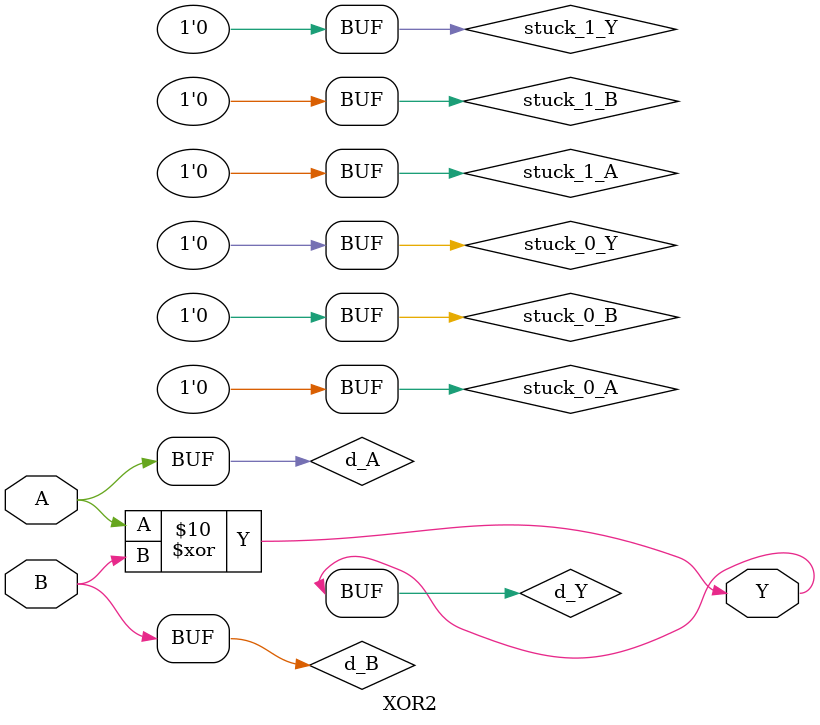
<source format=v>
module XOR2 (input A, output Y, input B);
`ifdef REGISTER
initial begin
   $display("register  %m.stuck_0_A input");
   $display("register  %m.stuck_1_A input");
   $display("register  %m.stuck_0_Y output");
   $display("register  %m.stuck_1_Y output");
   $display("register  %m.stuck_0_B input");
   $display("register  %m.stuck_1_B input");
end
`endif
reg stuck_0_A; initial stuck_0_A=0;
reg stuck_1_A; initial stuck_1_A=0;
wire d_A = stuck_1_A ? 1 : stuck_0_A ? 0 : A;
reg stuck_0_Y; initial stuck_0_Y=0;
reg stuck_1_Y; initial stuck_1_Y=0;
wire d_Y;
assign Y = stuck_1_Y ? 1 : stuck_0_Y ? 0 : d_Y;
reg stuck_0_B; initial stuck_0_B=0;
reg stuck_1_B; initial stuck_1_B=0;
wire d_B = stuck_1_B ? 1 : stuck_0_B ? 0 : B;
assign d_Y = d_A ^ d_B;
endmodule

</source>
